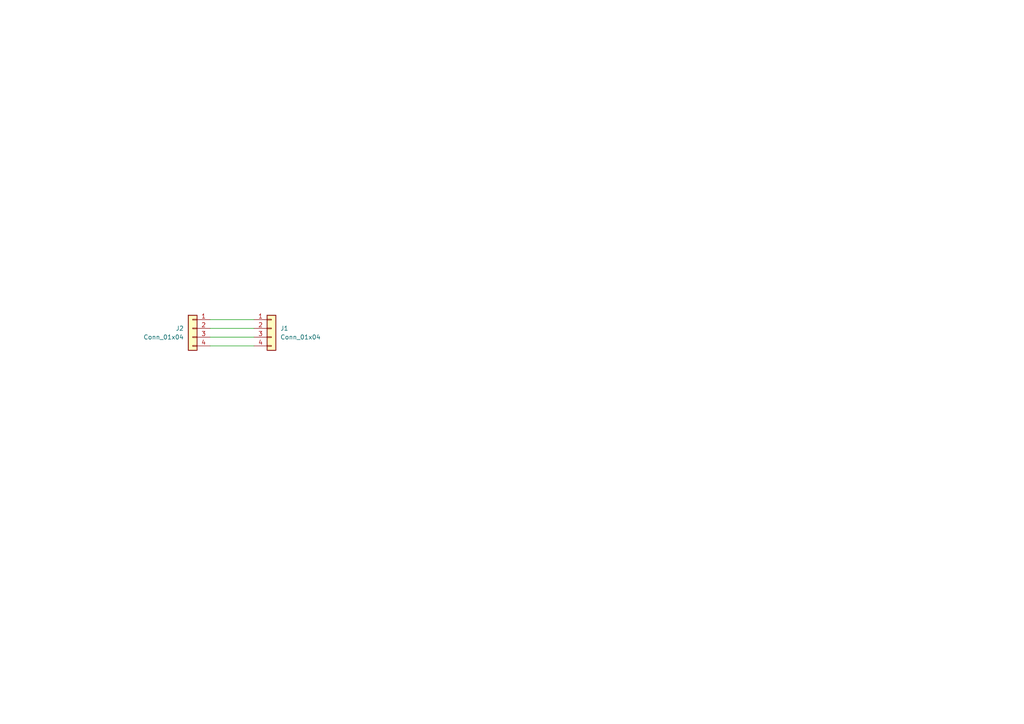
<source format=kicad_sch>
(kicad_sch (version 20231120) (generator "eeschema") (generator_version "8.0")
  (paper "A4")
  (lib_symbols
    (symbol "Connector_Generic:Conn_01x04" (pin_names (offset 1.016) hide)
      (property "Reference" "J" (at 0 5.08 0))
      (property "Value" "Conn_01x04" (at 0 -7.62 0))
      (symbol "Conn_01x04_1_1"
        (rectangle (start -1.27 -4.953) (end 0 -5.207) (stroke (width 0.1524)))
        (rectangle (start -1.27 -2.413) (end 0 -2.667) (stroke (width 0.1524)))
        (rectangle (start -1.27 0.127) (end 0 -0.127) (stroke (width 0.1524)))
        (rectangle (start -1.27 2.667) (end 0 2.413) (stroke (width 0.1524)))
        (rectangle (start -1.27 3.81) (end 1.27 -6.35) (stroke (width 0.254)) (fill (type background)))
        (pin passive line (at -5.08 2.54 0) (length 3.81) (name "Pin_1") (number "1"))
        (pin passive line (at -5.08 0 0) (length 3.81) (name "Pin_2") (number "2"))
        (pin passive line (at -5.08 -2.54 0) (length 3.81) (name "Pin_3") (number "3"))
        (pin passive line (at -5.08 -5.08 0) (length 3.81) (name "Pin_4") (number "4"))
      )
    )
  )
  (wire (pts (xy 60.96 92.71) (xy 73.66 92.71)))
  (wire (pts (xy 60.96 95.25) (xy 73.66 95.25)))
  (wire (pts (xy 60.96 97.79) (xy 73.66 97.79)))
  (wire (pts (xy 60.96 100.33) (xy 73.66 100.33)))
  (symbol (lib_id "Connector_Generic:Conn_01x04") (at 78.74 95.25 0) (unit 1)
    (property "Reference" "J1" (at 81.28 95.2499 0) (effects (justify left)))
    (property "Value" "Conn_01x04" (at 81.28 97.7899 0) (effects (justify left)))
    (property "Footprint" "Connector_JST:JST_EH_B4B-EH-A_1x04_P2.50mm_Vertical" (effects (hide yes)))
    (property "Description" "Generic connector, single row, 01x04, script generated (kicad-library-utils/schlib/autogen/connector/)" (effects (hide yes)))
  )
  (symbol (lib_id "Connector_Generic:Conn_01x04") (at 55.88 95.25 0) (mirror y) (unit 1)
    (property "Reference" "J2" (at 53.34 95.2499 0) (effects (justify left)))
    (property "Value" "Conn_01x04" (at 53.34 97.7899 0) (effects (justify left)))
    (property "Footprint" "Connector_JST:JST_EH_B4B-EH-A_1x04_P2.50mm_Vertical" (effects (hide yes)))
    (property "Description" "Generic connector, single row, 01x04, script generated (kicad-library-utils/schlib/autogen/connector/)" (effects (hide yes)))
  )
)
</source>
